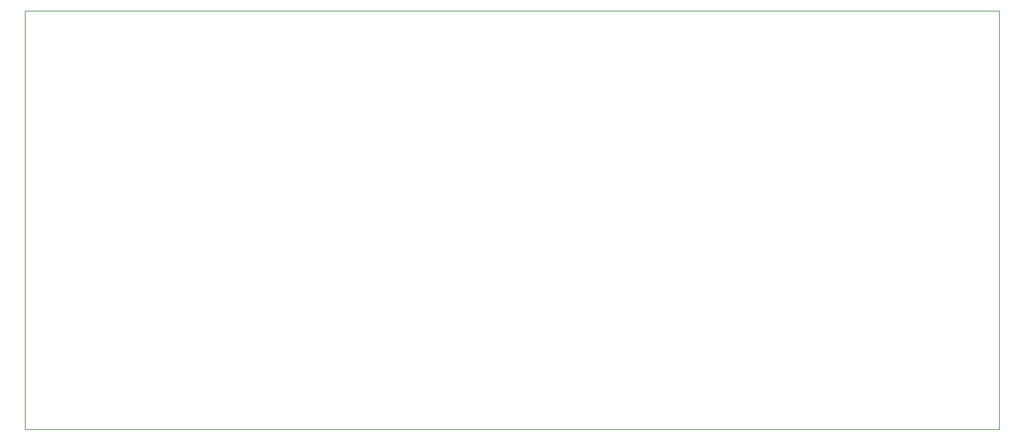
<source format=gbr>
G04 #@! TF.GenerationSoftware,KiCad,Pcbnew,(6.0.2)*
G04 #@! TF.CreationDate,2022-02-18T01:26:05-03:00*
G04 #@! TF.ProjectId,ZeniteTemplate2022,5a656e69-7465-4546-956d-706c61746532,rev?*
G04 #@! TF.SameCoordinates,Original*
G04 #@! TF.FileFunction,Profile,NP*
%FSLAX46Y46*%
G04 Gerber Fmt 4.6, Leading zero omitted, Abs format (unit mm)*
G04 Created by KiCad (PCBNEW (6.0.2)) date 2022-02-18 01:26:05*
%MOMM*%
%LPD*%
G01*
G04 APERTURE LIST*
G04 #@! TA.AperFunction,Profile*
%ADD10C,0.100000*%
G04 #@! TD*
G04 APERTURE END LIST*
D10*
X279400000Y-18415000D02*
X156845000Y-18415000D01*
X279400000Y-71120000D02*
X279400000Y-18415000D01*
X156845000Y-71120000D02*
X279400000Y-71120000D01*
X156845000Y-18415000D02*
X156845000Y-71120000D01*
M02*

</source>
